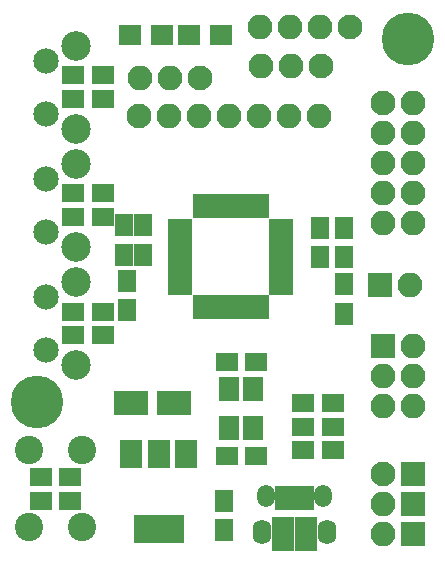
<source format=gbr>
G04 #@! TF.FileFunction,Soldermask,Top*
%FSLAX46Y46*%
G04 Gerber Fmt 4.6, Leading zero omitted, Abs format (unit mm)*
G04 Created by KiCad (PCBNEW 4.0.7) date 01/10/19 16:23:13*
%MOMM*%
%LPD*%
G01*
G04 APERTURE LIST*
%ADD10C,0.100000*%
%ADD11C,2.100000*%
%ADD12O,2.100000X2.100000*%
%ADD13R,2.100000X2.100000*%
%ADD14R,0.800000X2.050000*%
%ADD15O,1.500000X1.900000*%
%ADD16O,1.600000X2.100000*%
%ADD17R,1.830000X2.900000*%
%ADD18C,2.500000*%
%ADD19C,2.150000*%
%ADD20C,4.464000*%
%ADD21R,2.000000X0.950000*%
%ADD22R,0.950000X2.000000*%
%ADD23R,1.650000X1.900000*%
%ADD24R,3.000000X2.000000*%
%ADD25R,1.900000X1.650000*%
%ADD26R,4.200000X2.400000*%
%ADD27R,1.900000X2.400000*%
%ADD28R,1.700000X2.000000*%
%ADD29C,2.400000*%
%ADD30R,1.900000X1.700000*%
G04 APERTURE END LIST*
D10*
D11*
X113680000Y-84200000D03*
D12*
X111140000Y-84200000D03*
X108600000Y-84200000D03*
X106060000Y-84200000D03*
D13*
X116250000Y-106000000D03*
D12*
X118790000Y-106000000D03*
D11*
X116500000Y-122000000D03*
D13*
X119040000Y-122000000D03*
D12*
X116500000Y-124540000D03*
D13*
X119040000Y-124540000D03*
D12*
X116500000Y-127080000D03*
D13*
X119040000Y-127080000D03*
D11*
X111250000Y-87500000D03*
D12*
X108710000Y-87500000D03*
X106170000Y-87500000D03*
D11*
X101000000Y-88500000D03*
D12*
X98460000Y-88500000D03*
X95920000Y-88500000D03*
D13*
X116500000Y-111170000D03*
D12*
X119040000Y-111170000D03*
X116500000Y-113710000D03*
X119040000Y-113710000D03*
X116500000Y-116250000D03*
X119040000Y-116250000D03*
D11*
X116500000Y-90590000D03*
D12*
X119040000Y-90590000D03*
X116500000Y-93130000D03*
X119040000Y-93130000D03*
X116500000Y-95670000D03*
X119040000Y-95670000D03*
X116500000Y-98210000D03*
X119040000Y-98210000D03*
X116500000Y-100750000D03*
X119040000Y-100750000D03*
D11*
X95850000Y-91700000D03*
D12*
X98390000Y-91700000D03*
X100930000Y-91700000D03*
X103470000Y-91700000D03*
X106010000Y-91700000D03*
X108550000Y-91700000D03*
X111090000Y-91700000D03*
D14*
X107700000Y-124000000D03*
X108350000Y-124000000D03*
X109000000Y-124000000D03*
X109650000Y-124000000D03*
X110300000Y-124000000D03*
D15*
X106580000Y-123880000D03*
X111420000Y-123880000D03*
D16*
X106270000Y-126880000D03*
X111730000Y-126880000D03*
D17*
X108040000Y-127120000D03*
X109960000Y-127120000D03*
D18*
X90490000Y-102760000D03*
D19*
X88000000Y-101500000D03*
X88000000Y-97000000D03*
D18*
X90490000Y-95750000D03*
X90490000Y-112760000D03*
D19*
X88000000Y-111500000D03*
X88000000Y-107000000D03*
D18*
X90490000Y-105750000D03*
D20*
X87200000Y-115900000D03*
D21*
X99350000Y-100800000D03*
X99350000Y-101600000D03*
X99350000Y-102400000D03*
X99350000Y-103200000D03*
X99350000Y-104000000D03*
X99350000Y-104800000D03*
X99350000Y-105600000D03*
X99350000Y-106400000D03*
D22*
X100800000Y-107850000D03*
X101600000Y-107850000D03*
X102400000Y-107850000D03*
X103200000Y-107850000D03*
X104000000Y-107850000D03*
X104800000Y-107850000D03*
X105600000Y-107850000D03*
X106400000Y-107850000D03*
D21*
X107850000Y-106400000D03*
X107850000Y-105600000D03*
X107850000Y-104800000D03*
X107850000Y-104000000D03*
X107850000Y-103200000D03*
X107850000Y-102400000D03*
X107850000Y-101600000D03*
X107850000Y-100800000D03*
D22*
X106400000Y-99350000D03*
X105600000Y-99350000D03*
X104800000Y-99350000D03*
X104000000Y-99350000D03*
X103200000Y-99350000D03*
X102400000Y-99350000D03*
X101600000Y-99350000D03*
X100800000Y-99350000D03*
D23*
X94850000Y-105650000D03*
X94850000Y-108150000D03*
X113200000Y-101150000D03*
X113200000Y-103650000D03*
X94600000Y-100950000D03*
X94600000Y-103450000D03*
X96200000Y-100950000D03*
X96200000Y-103450000D03*
X111200000Y-101150000D03*
X111200000Y-103650000D03*
X103000000Y-124250000D03*
X103000000Y-126750000D03*
D24*
X95200000Y-116000000D03*
X98800000Y-116000000D03*
D25*
X105750000Y-120500000D03*
X103250000Y-120500000D03*
X103250000Y-112500000D03*
X105750000Y-112500000D03*
X87500000Y-124250000D03*
X90000000Y-124250000D03*
D23*
X113200000Y-105950000D03*
X113200000Y-108450000D03*
D25*
X90250000Y-90250000D03*
X92750000Y-90250000D03*
X90250000Y-100250000D03*
X92750000Y-100250000D03*
X90250000Y-110250000D03*
X92750000Y-110250000D03*
X112250000Y-116000000D03*
X109750000Y-116000000D03*
X112250000Y-118000000D03*
X109750000Y-118000000D03*
X112250000Y-120000000D03*
X109750000Y-120000000D03*
D18*
X90490000Y-92760000D03*
D19*
X88000000Y-91500000D03*
X88000000Y-87000000D03*
D18*
X90490000Y-85750000D03*
D26*
X97500000Y-126650000D03*
D27*
X97500000Y-120350000D03*
X95200000Y-120350000D03*
X99800000Y-120350000D03*
D28*
X105500000Y-118150000D03*
X105500000Y-114850000D03*
X103500000Y-114850000D03*
X103500000Y-118150000D03*
D29*
X91000000Y-120000000D03*
X86500000Y-120000000D03*
X91000000Y-126500000D03*
X86500000Y-126500000D03*
D25*
X90000000Y-122250000D03*
X87500000Y-122250000D03*
X92750000Y-108250000D03*
X90250000Y-108250000D03*
X92750000Y-98250000D03*
X90250000Y-98250000D03*
X92750000Y-88250000D03*
X90250000Y-88250000D03*
D30*
X100100000Y-84800000D03*
X102800000Y-84800000D03*
X97750000Y-84800000D03*
X95050000Y-84800000D03*
D20*
X118600000Y-85200000D03*
M02*

</source>
